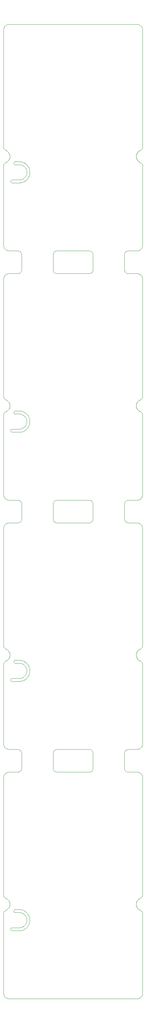
<source format=gko>
%MOIN*%
%OFA0B0*%
%FSLAX44Y44*%
%IPPOS*%
%LPD*%
%ADD10C,0*%
D10*
X00000905Y00085042D02*
X00000905Y00085042D01*
X00000870Y00085046D01*
X00000837Y00085058D01*
X00000807Y00085076D01*
X00000782Y00085101D01*
X00000763Y00085131D01*
X00000751Y00085164D01*
X00000748Y00085199D01*
X00000751Y00085235D01*
X00000763Y00085268D01*
X00000782Y00085298D01*
X00000807Y00085323D01*
X00000837Y00085341D01*
X00000870Y00085353D01*
X00000905Y00085357D01*
X00000905Y00085357D01*
X00001653Y00085357D01*
X00001828Y00085377D01*
X00001995Y00085435D01*
X00002144Y00085529D01*
X00002269Y00085653D01*
X00002362Y00085803D01*
X00002421Y00085969D01*
X00002440Y00086144D01*
X00002421Y00086320D01*
X00002362Y00086486D01*
X00002269Y00086635D01*
X00002144Y00086760D01*
X00001995Y00086854D01*
X00001828Y00086912D01*
X00001653Y00086932D01*
X00001220Y00086932D01*
X00001185Y00086936D01*
X00001152Y00086947D01*
X00001122Y00086966D01*
X00001097Y00086991D01*
X00001078Y00087021D01*
X00001066Y00087054D01*
X00001062Y00087089D01*
X00001066Y00087124D01*
X00001078Y00087158D01*
X00001097Y00087187D01*
X00001122Y00087212D01*
X00001152Y00087231D01*
X00001185Y00087243D01*
X00001220Y00087247D01*
X00001653Y00087247D01*
X00001817Y00087234D01*
X00001978Y00087198D01*
X00002131Y00087138D01*
X00002274Y00087055D01*
X00002403Y00086952D01*
X00002515Y00086832D01*
X00002608Y00086696D01*
X00002679Y00086547D01*
X00002728Y00086390D01*
X00002752Y00086227D01*
X00002752Y00086062D01*
X00002728Y00085899D01*
X00002679Y00085742D01*
X00002608Y00085593D01*
X00002515Y00085457D01*
X00002403Y00085336D01*
X00002274Y00085234D01*
X00002131Y00085151D01*
X00001978Y00085091D01*
X00001817Y00085054D01*
X00001653Y00085042D01*
X00000905Y00085042D01*
X00000905Y00059058D02*
X00000905Y00059058D01*
X00000870Y00059062D01*
X00000837Y00059073D01*
X00000807Y00059092D01*
X00000782Y00059117D01*
X00000763Y00059147D01*
X00000751Y00059180D01*
X00000748Y00059215D01*
X00000751Y00059250D01*
X00000763Y00059284D01*
X00000782Y00059313D01*
X00000807Y00059338D01*
X00000837Y00059357D01*
X00000870Y00059369D01*
X00000905Y00059373D01*
X00000905Y00059373D01*
X00001653Y00059373D01*
X00001828Y00059392D01*
X00001995Y00059451D01*
X00002144Y00059545D01*
X00002269Y00059669D01*
X00002362Y00059818D01*
X00002421Y00059985D01*
X00002440Y00060160D01*
X00002421Y00060335D01*
X00002362Y00060502D01*
X00002269Y00060651D01*
X00002144Y00060776D01*
X00001995Y00060870D01*
X00001828Y00060928D01*
X00001653Y00060948D01*
X00001220Y00060948D01*
X00001185Y00060951D01*
X00001152Y00060963D01*
X00001122Y00060982D01*
X00001097Y00061007D01*
X00001078Y00061037D01*
X00001066Y00061070D01*
X00001062Y00061105D01*
X00001066Y00061140D01*
X00001078Y00061173D01*
X00001097Y00061203D01*
X00001122Y00061228D01*
X00001152Y00061247D01*
X00001185Y00061259D01*
X00001220Y00061262D01*
X00001653Y00061262D01*
X00001817Y00061250D01*
X00001978Y00061214D01*
X00002131Y00061153D01*
X00002274Y00061071D01*
X00002403Y00060968D01*
X00002515Y00060847D01*
X00002608Y00060711D01*
X00002679Y00060563D01*
X00002728Y00060405D01*
X00002752Y00060242D01*
X00002752Y00060078D01*
X00002728Y00059915D01*
X00002679Y00059757D01*
X00002608Y00059609D01*
X00002515Y00059473D01*
X00002403Y00059352D01*
X00002274Y00059249D01*
X00002131Y00059167D01*
X00001978Y00059107D01*
X00001817Y00059070D01*
X00001653Y00059058D01*
X00000905Y00059058D01*
X00000905Y00033074D02*
X00000905Y00033074D01*
X00000870Y00033077D01*
X00000837Y00033089D01*
X00000807Y00033108D01*
X00000782Y00033133D01*
X00000763Y00033163D01*
X00000751Y00033196D01*
X00000748Y00033231D01*
X00000751Y00033266D01*
X00000763Y00033299D01*
X00000782Y00033329D01*
X00000807Y00033354D01*
X00000837Y00033373D01*
X00000870Y00033385D01*
X00000905Y00033388D01*
X00000905Y00033388D01*
X00001653Y00033388D01*
X00001828Y00033408D01*
X00001995Y00033466D01*
X00002144Y00033560D01*
X00002269Y00033685D01*
X00002362Y00033834D01*
X00002421Y00034001D01*
X00002440Y00034176D01*
X00002421Y00034351D01*
X00002362Y00034518D01*
X00002269Y00034667D01*
X00002144Y00034791D01*
X00001995Y00034885D01*
X00001828Y00034944D01*
X00001653Y00034963D01*
X00001220Y00034963D01*
X00001185Y00034967D01*
X00001152Y00034979D01*
X00001122Y00034998D01*
X00001097Y00035023D01*
X00001078Y00035052D01*
X00001066Y00035086D01*
X00001062Y00035121D01*
X00001066Y00035156D01*
X00001078Y00035189D01*
X00001097Y00035219D01*
X00001122Y00035244D01*
X00001152Y00035263D01*
X00001185Y00035274D01*
X00001220Y00035278D01*
X00001653Y00035278D01*
X00001817Y00035266D01*
X00001978Y00035229D01*
X00002131Y00035169D01*
X00002274Y00035087D01*
X00002403Y00034984D01*
X00002515Y00034863D01*
X00002608Y00034727D01*
X00002679Y00034579D01*
X00002728Y00034421D01*
X00002752Y00034258D01*
X00002752Y00034093D01*
X00002728Y00033931D01*
X00002679Y00033773D01*
X00002608Y00033625D01*
X00002515Y00033489D01*
X00002403Y00033368D01*
X00002274Y00033265D01*
X00002131Y00033183D01*
X00001978Y00033122D01*
X00001817Y00033086D01*
X00001653Y00033074D01*
X00000905Y00033074D01*
X00000905Y00007089D02*
X00000905Y00007089D01*
X00000870Y00007093D01*
X00000837Y00007105D01*
X00000807Y00007124D01*
X00000782Y00007149D01*
X00000763Y00007178D01*
X00000751Y00007212D01*
X00000748Y00007247D01*
X00000751Y00007282D01*
X00000763Y00007315D01*
X00000782Y00007345D01*
X00000807Y00007370D01*
X00000837Y00007389D01*
X00000870Y00007400D01*
X00000905Y00007404D01*
X00000905Y00007404D01*
X00001653Y00007404D01*
X00001828Y00007424D01*
X00001995Y00007482D01*
X00002144Y00007576D01*
X00002269Y00007701D01*
X00002362Y00007850D01*
X00002421Y00008016D01*
X00002440Y00008192D01*
X00002421Y00008367D01*
X00002362Y00008533D01*
X00002269Y00008683D01*
X00002144Y00008807D01*
X00001995Y00008901D01*
X00001828Y00008959D01*
X00001653Y00008979D01*
X00001220Y00008979D01*
X00001185Y00008983D01*
X00001152Y00008995D01*
X00001122Y00009013D01*
X00001097Y00009038D01*
X00001078Y00009068D01*
X00001066Y00009101D01*
X00001062Y00009137D01*
X00001066Y00009172D01*
X00001078Y00009205D01*
X00001097Y00009235D01*
X00001122Y00009260D01*
X00001152Y00009278D01*
X00001185Y00009290D01*
X00001220Y00009294D01*
X00001653Y00009294D01*
X00001817Y00009282D01*
X00001978Y00009245D01*
X00002131Y00009185D01*
X00002274Y00009102D01*
X00002403Y00009000D01*
X00002515Y00008879D01*
X00002608Y00008743D01*
X00002679Y00008594D01*
X00002728Y00008437D01*
X00002752Y00008274D01*
X00002752Y00008109D01*
X00002728Y00007946D01*
X00002679Y00007789D01*
X00002608Y00007640D01*
X00002515Y00007504D01*
X00002403Y00007384D01*
X00002274Y00007281D01*
X00002131Y00007198D01*
X00001978Y00007138D01*
X00001817Y00007102D01*
X00001653Y00007089D01*
X00000905Y00007089D01*
X00001497Y00025984D02*
X00001497Y00025984D01*
X00001528Y00025983D01*
X00001559Y00025979D01*
X00001589Y00025973D01*
X00001619Y00025964D01*
X00001648Y00025954D01*
X00001676Y00025941D01*
X00001703Y00025926D01*
X00001728Y00025909D01*
X00001753Y00025889D01*
X00001775Y00025868D01*
X00001796Y00025846D01*
X00001816Y00025821D01*
X00001833Y00025796D01*
X00001848Y00025769D01*
X00001861Y00025741D01*
X00001872Y00025712D01*
X00001880Y00025682D01*
X00001886Y00025652D01*
X00001890Y00025621D01*
X00001891Y00025590D01*
X00001891Y00024015D01*
X00001890Y00023984D01*
X00001886Y00023954D01*
X00001880Y00023923D01*
X00001872Y00023894D01*
X00001861Y00023865D01*
X00001848Y00023837D01*
X00001833Y00023810D01*
X00001816Y00023784D01*
X00001796Y00023760D01*
X00001775Y00023737D01*
X00001753Y00023716D01*
X00001728Y00023697D01*
X00001703Y00023680D01*
X00001676Y00023664D01*
X00001648Y00023652D01*
X00001619Y00023641D01*
X00001589Y00023632D01*
X00001559Y00023626D01*
X00001528Y00023623D01*
X00001497Y00023622D01*
X00000590Y00023622D01*
X00000498Y00023614D01*
X00000408Y00023593D01*
X00000322Y00023557D01*
X00000243Y00023509D01*
X00000172Y00023449D01*
X00000112Y00023378D01*
X00000064Y00023299D01*
X00000028Y00023213D01*
X00000007Y00023123D01*
X00000000Y00023031D01*
X00000000Y00010829D01*
X00000002Y00010783D01*
X00000011Y00010736D01*
X00000024Y00010692D01*
X00000043Y00010649D01*
X00000067Y00010609D01*
X00000096Y00010571D01*
X00000129Y00010538D01*
X00000165Y00010508D01*
X00000205Y00010484D01*
X00000247Y00010464D01*
X00000375Y00010396D01*
X00000485Y00010302D01*
X00000573Y00010187D01*
X00000634Y00010056D01*
X00000665Y00009914D01*
X00000665Y00009770D01*
X00000634Y00009628D01*
X00000573Y00009497D01*
X00000485Y00009382D01*
X00000375Y00009288D01*
X00000247Y00009220D01*
X00000205Y00009200D01*
X00000165Y00009176D01*
X00000129Y00009146D01*
X00000096Y00009113D01*
X00000067Y00009076D01*
X00000043Y00009035D01*
X00000024Y00008992D01*
X00000011Y00008948D01*
X00000002Y00008901D01*
X00000000Y00008855D01*
X00000000Y00000590D01*
X00000007Y00000498D01*
X00000028Y00000408D01*
X00000064Y00000322D01*
X00000112Y00000243D01*
X00000172Y00000172D01*
X00000243Y00000112D01*
X00000322Y00000064D01*
X00000408Y00000028D01*
X00000498Y00000007D01*
X00000590Y00000000D01*
X00013976Y00000000D01*
X00014068Y00000007D01*
X00014158Y00000028D01*
X00014244Y00000064D01*
X00014323Y00000112D01*
X00014393Y00000172D01*
X00014454Y00000243D01*
X00014502Y00000322D01*
X00014538Y00000408D01*
X00014559Y00000498D01*
X00014566Y00000590D01*
X00014566Y00008861D01*
X00014564Y00008901D01*
X00014555Y00008948D01*
X00014542Y00008992D01*
X00014523Y00009035D01*
X00014499Y00009076D01*
X00014470Y00009113D01*
X00014437Y00009146D01*
X00014401Y00009176D01*
X00014361Y00009200D01*
X00014319Y00009220D01*
X00014191Y00009288D01*
X00014080Y00009382D01*
X00013993Y00009497D01*
X00013932Y00009628D01*
X00013901Y00009770D01*
X00013901Y00009914D01*
X00013932Y00010056D01*
X00013993Y00010187D01*
X00014080Y00010302D01*
X00014191Y00010396D01*
X00014319Y00010464D01*
X00014361Y00010484D01*
X00014401Y00010508D01*
X00014437Y00010538D01*
X00014470Y00010571D01*
X00014499Y00010609D01*
X00014523Y00010649D01*
X00014542Y00010692D01*
X00014555Y00010736D01*
X00014564Y00010783D01*
X00014566Y00010829D01*
X00014566Y00023031D01*
X00014559Y00023123D01*
X00014538Y00023213D01*
X00014502Y00023299D01*
X00014454Y00023378D01*
X00014393Y00023449D01*
X00014323Y00023509D01*
X00014244Y00023557D01*
X00014158Y00023593D01*
X00014068Y00023614D01*
X00013976Y00023622D01*
X00013069Y00023622D01*
X00013038Y00023623D01*
X00013007Y00023626D01*
X00012977Y00023632D01*
X00012947Y00023641D01*
X00012918Y00023652D01*
X00012890Y00023664D01*
X00012863Y00023680D01*
X00012837Y00023697D01*
X00012813Y00023716D01*
X00012790Y00023737D01*
X00012769Y00023760D01*
X00012750Y00023784D01*
X00012733Y00023810D01*
X00012718Y00023837D01*
X00012705Y00023865D01*
X00012694Y00023894D01*
X00012686Y00023923D01*
X00012680Y00023954D01*
X00012676Y00023984D01*
X00012675Y00024015D01*
X00012675Y00025590D01*
X00012676Y00025621D01*
X00012680Y00025652D01*
X00012686Y00025682D01*
X00012694Y00025712D01*
X00012705Y00025741D01*
X00012718Y00025769D01*
X00012733Y00025796D01*
X00012750Y00025821D01*
X00012769Y00025846D01*
X00012790Y00025868D01*
X00012813Y00025889D01*
X00012837Y00025909D01*
X00012863Y00025926D01*
X00012890Y00025941D01*
X00012918Y00025954D01*
X00012947Y00025964D01*
X00012977Y00025973D01*
X00013007Y00025979D01*
X00013038Y00025983D01*
X00013069Y00025984D01*
X00013976Y00025984D01*
X00014068Y00025991D01*
X00014158Y00026013D01*
X00014244Y00026048D01*
X00014323Y00026097D01*
X00014393Y00026157D01*
X00014454Y00026227D01*
X00014502Y00026306D01*
X00014538Y00026392D01*
X00014559Y00026482D01*
X00014566Y00026574D01*
X00014566Y00034845D01*
X00014564Y00034886D01*
X00014555Y00034932D01*
X00014542Y00034977D01*
X00014523Y00035019D01*
X00014499Y00035060D01*
X00014470Y00035097D01*
X00014437Y00035130D01*
X00014401Y00035160D01*
X00014361Y00035185D01*
X00014319Y00035205D01*
X00014191Y00035272D01*
X00014080Y00035366D01*
X00013993Y00035481D01*
X00013932Y00035613D01*
X00013901Y00035754D01*
X00013901Y00035899D01*
X00013932Y00036040D01*
X00013993Y00036171D01*
X00014080Y00036286D01*
X00014191Y00036380D01*
X00014319Y00036448D01*
X00014361Y00036468D01*
X00014401Y00036493D01*
X00014437Y00036522D01*
X00014470Y00036556D01*
X00014499Y00036593D01*
X00014523Y00036633D01*
X00014542Y00036676D01*
X00014555Y00036721D01*
X00014564Y00036767D01*
X00014566Y00036814D01*
X00014566Y00049015D01*
X00014559Y00049108D01*
X00014538Y00049198D01*
X00014502Y00049283D01*
X00014454Y00049362D01*
X00014393Y00049433D01*
X00014323Y00049493D01*
X00014244Y00049541D01*
X00014158Y00049577D01*
X00014068Y00049599D01*
X00013976Y00049606D01*
X00013069Y00049606D01*
X00013038Y00049607D01*
X00013007Y00049611D01*
X00012977Y00049617D01*
X00012947Y00049625D01*
X00012918Y00049636D01*
X00012890Y00049649D01*
X00012863Y00049664D01*
X00012837Y00049681D01*
X00012813Y00049700D01*
X00012790Y00049721D01*
X00012769Y00049744D01*
X00012750Y00049768D01*
X00012733Y00049794D01*
X00012718Y00049821D01*
X00012705Y00049849D01*
X00012694Y00049878D01*
X00012686Y00049908D01*
X00012680Y00049938D01*
X00012676Y00049969D01*
X00012675Y00049999D01*
X00012675Y00051574D01*
X00012676Y00051605D01*
X00012680Y00051636D01*
X00012686Y00051666D01*
X00012694Y00051696D01*
X00012705Y00051725D01*
X00012718Y00051753D01*
X00012733Y00051780D01*
X00012750Y00051806D01*
X00012769Y00051830D01*
X00012790Y00051853D01*
X00012813Y00051874D01*
X00012837Y00051893D01*
X00012863Y00051910D01*
X00012890Y00051925D01*
X00012918Y00051938D01*
X00012947Y00051949D01*
X00012977Y00051957D01*
X00013007Y00051963D01*
X00013038Y00051967D01*
X00013069Y00051968D01*
X00013976Y00051968D01*
X00014068Y00051975D01*
X00014158Y00051997D01*
X00014244Y00052032D01*
X00014323Y00052081D01*
X00014393Y00052141D01*
X00014454Y00052211D01*
X00014502Y00052290D01*
X00014538Y00052376D01*
X00014559Y00052466D01*
X00014566Y00052559D01*
X00014566Y00060829D01*
X00014564Y00060870D01*
X00014555Y00060916D01*
X00014542Y00060961D01*
X00014523Y00061004D01*
X00014499Y00061044D01*
X00014470Y00061081D01*
X00014437Y00061115D01*
X00014401Y00061144D01*
X00014361Y00061169D01*
X00014319Y00061189D01*
X00014191Y00061257D01*
X00014080Y00061350D01*
X00013993Y00061466D01*
X00013932Y00061597D01*
X00013901Y00061738D01*
X00013901Y00061883D01*
X00013932Y00062024D01*
X00013993Y00062156D01*
X00014080Y00062271D01*
X00014191Y00062364D01*
X00014319Y00062432D01*
X00014361Y00062452D01*
X00014401Y00062477D01*
X00014437Y00062506D01*
X00014470Y00062540D01*
X00014499Y00062577D01*
X00014523Y00062617D01*
X00014542Y00062660D01*
X00014555Y00062705D01*
X00014564Y00062751D01*
X00014566Y00062798D01*
X00014566Y00074999D01*
X00014559Y00075092D01*
X00014538Y00075182D01*
X00014502Y00075268D01*
X00014454Y00075347D01*
X00014393Y00075417D01*
X00014323Y00075477D01*
X00014244Y00075526D01*
X00014158Y00075561D01*
X00014068Y00075583D01*
X00013976Y00075590D01*
X00013069Y00075590D01*
X00013038Y00075591D01*
X00013007Y00075595D01*
X00012977Y00075601D01*
X00012947Y00075609D01*
X00012918Y00075620D01*
X00012890Y00075633D01*
X00012863Y00075648D01*
X00012837Y00075665D01*
X00012813Y00075684D01*
X00012790Y00075705D01*
X00012769Y00075728D01*
X00012750Y00075752D01*
X00012733Y00075778D01*
X00012718Y00075805D01*
X00012705Y00075833D01*
X00012694Y00075862D01*
X00012686Y00075892D01*
X00012680Y00075922D01*
X00012676Y00075953D01*
X00012675Y00075984D01*
X00012675Y00077559D01*
X00012676Y00077589D01*
X00012680Y00077620D01*
X00012686Y00077650D01*
X00012694Y00077680D01*
X00012705Y00077709D01*
X00012718Y00077737D01*
X00012733Y00077764D01*
X00012750Y00077790D01*
X00012769Y00077814D01*
X00012790Y00077837D01*
X00012813Y00077858D01*
X00012837Y00077877D01*
X00012863Y00077894D01*
X00012890Y00077909D01*
X00012918Y00077922D01*
X00012947Y00077933D01*
X00012977Y00077941D01*
X00013007Y00077947D01*
X00013038Y00077951D01*
X00013069Y00077952D01*
X00013976Y00077952D01*
X00014068Y00077960D01*
X00014158Y00077981D01*
X00014244Y00078017D01*
X00014323Y00078065D01*
X00014393Y00078125D01*
X00014454Y00078196D01*
X00014502Y00078275D01*
X00014538Y00078360D01*
X00014559Y00078450D01*
X00014566Y00078543D01*
X00014566Y00086814D01*
X00014564Y00086854D01*
X00014555Y00086900D01*
X00014542Y00086945D01*
X00014523Y00086988D01*
X00014499Y00087028D01*
X00014470Y00087065D01*
X00014437Y00087099D01*
X00014401Y00087128D01*
X00014361Y00087153D01*
X00014319Y00087173D01*
X00014191Y00087241D01*
X00014080Y00087335D01*
X00013993Y00087450D01*
X00013932Y00087581D01*
X00013901Y00087722D01*
X00013901Y00087867D01*
X00013932Y00088008D01*
X00013993Y00088140D01*
X00014080Y00088255D01*
X00014191Y00088349D01*
X00014319Y00088416D01*
X00014361Y00088436D01*
X00014401Y00088461D01*
X00014437Y00088491D01*
X00014470Y00088524D01*
X00014499Y00088561D01*
X00014523Y00088602D01*
X00014542Y00088644D01*
X00014555Y00088689D01*
X00014564Y00088735D01*
X00014566Y00088782D01*
X00014566Y00100984D01*
X00014559Y00101076D01*
X00014538Y00101166D01*
X00014502Y00101252D01*
X00014454Y00101331D01*
X00014393Y00101401D01*
X00014323Y00101462D01*
X00014244Y00101510D01*
X00014158Y00101545D01*
X00014068Y00101567D01*
X00013976Y00101574D01*
X00000590Y00101574D01*
X00000498Y00101567D01*
X00000408Y00101545D01*
X00000322Y00101510D01*
X00000243Y00101462D01*
X00000172Y00101401D01*
X00000112Y00101331D01*
X00000064Y00101252D01*
X00000028Y00101166D01*
X00000007Y00101076D01*
X00000000Y00100984D01*
X00000000Y00088782D01*
X00000002Y00088735D01*
X00000011Y00088689D01*
X00000024Y00088644D01*
X00000043Y00088602D01*
X00000067Y00088561D01*
X00000096Y00088524D01*
X00000129Y00088491D01*
X00000165Y00088461D01*
X00000205Y00088436D01*
X00000247Y00088416D01*
X00000375Y00088349D01*
X00000485Y00088255D01*
X00000573Y00088140D01*
X00000634Y00088008D01*
X00000665Y00087867D01*
X00000665Y00087722D01*
X00000634Y00087581D01*
X00000573Y00087450D01*
X00000485Y00087335D01*
X00000375Y00087241D01*
X00000247Y00087173D01*
X00000205Y00087153D01*
X00000165Y00087128D01*
X00000129Y00087099D01*
X00000096Y00087065D01*
X00000067Y00087028D01*
X00000043Y00086988D01*
X00000024Y00086945D01*
X00000011Y00086900D01*
X00000002Y00086854D01*
X00000000Y00086807D01*
X00000000Y00078543D01*
X00000007Y00078450D01*
X00000028Y00078360D01*
X00000064Y00078275D01*
X00000112Y00078196D01*
X00000172Y00078125D01*
X00000243Y00078065D01*
X00000322Y00078017D01*
X00000408Y00077981D01*
X00000498Y00077960D01*
X00000590Y00077952D01*
X00001497Y00077952D01*
X00001528Y00077951D01*
X00001559Y00077947D01*
X00001589Y00077941D01*
X00001619Y00077933D01*
X00001648Y00077922D01*
X00001676Y00077909D01*
X00001703Y00077894D01*
X00001728Y00077877D01*
X00001753Y00077858D01*
X00001775Y00077837D01*
X00001796Y00077814D01*
X00001816Y00077790D01*
X00001833Y00077764D01*
X00001848Y00077737D01*
X00001861Y00077709D01*
X00001872Y00077680D01*
X00001880Y00077650D01*
X00001886Y00077620D01*
X00001890Y00077589D01*
X00001891Y00077559D01*
X00001891Y00075984D01*
X00001890Y00075953D01*
X00001886Y00075922D01*
X00001880Y00075892D01*
X00001872Y00075862D01*
X00001861Y00075833D01*
X00001848Y00075805D01*
X00001833Y00075778D01*
X00001816Y00075752D01*
X00001796Y00075728D01*
X00001775Y00075705D01*
X00001753Y00075684D01*
X00001728Y00075665D01*
X00001703Y00075648D01*
X00001676Y00075633D01*
X00001648Y00075620D01*
X00001619Y00075609D01*
X00001589Y00075601D01*
X00001559Y00075595D01*
X00001528Y00075591D01*
X00001497Y00075590D01*
X00000590Y00075590D01*
X00000498Y00075583D01*
X00000408Y00075561D01*
X00000322Y00075526D01*
X00000243Y00075477D01*
X00000172Y00075417D01*
X00000112Y00075347D01*
X00000064Y00075268D01*
X00000028Y00075182D01*
X00000007Y00075092D01*
X00000000Y00074999D01*
X00000000Y00062798D01*
X00000002Y00062751D01*
X00000011Y00062705D01*
X00000024Y00062660D01*
X00000043Y00062617D01*
X00000067Y00062577D01*
X00000096Y00062540D01*
X00000129Y00062506D01*
X00000165Y00062477D01*
X00000205Y00062452D01*
X00000247Y00062432D01*
X00000375Y00062364D01*
X00000485Y00062271D01*
X00000573Y00062156D01*
X00000634Y00062024D01*
X00000665Y00061883D01*
X00000665Y00061738D01*
X00000634Y00061597D01*
X00000573Y00061466D01*
X00000485Y00061350D01*
X00000375Y00061257D01*
X00000247Y00061189D01*
X00000205Y00061169D01*
X00000165Y00061144D01*
X00000129Y00061115D01*
X00000096Y00061081D01*
X00000067Y00061044D01*
X00000043Y00061004D01*
X00000024Y00060961D01*
X00000011Y00060916D01*
X00000002Y00060870D01*
X00000000Y00060823D01*
X00000000Y00052559D01*
X00000007Y00052466D01*
X00000028Y00052376D01*
X00000064Y00052290D01*
X00000112Y00052211D01*
X00000172Y00052141D01*
X00000243Y00052081D01*
X00000322Y00052032D01*
X00000408Y00051997D01*
X00000498Y00051975D01*
X00000590Y00051968D01*
X00001497Y00051968D01*
X00001528Y00051967D01*
X00001559Y00051963D01*
X00001589Y00051957D01*
X00001619Y00051949D01*
X00001648Y00051938D01*
X00001676Y00051925D01*
X00001703Y00051910D01*
X00001728Y00051893D01*
X00001753Y00051874D01*
X00001775Y00051853D01*
X00001796Y00051830D01*
X00001816Y00051806D01*
X00001833Y00051780D01*
X00001848Y00051753D01*
X00001861Y00051725D01*
X00001872Y00051696D01*
X00001880Y00051666D01*
X00001886Y00051636D01*
X00001890Y00051605D01*
X00001891Y00051574D01*
X00001891Y00049999D01*
X00001890Y00049969D01*
X00001886Y00049938D01*
X00001880Y00049908D01*
X00001872Y00049878D01*
X00001861Y00049849D01*
X00001848Y00049821D01*
X00001833Y00049794D01*
X00001816Y00049768D01*
X00001796Y00049744D01*
X00001775Y00049721D01*
X00001753Y00049700D01*
X00001728Y00049681D01*
X00001703Y00049664D01*
X00001676Y00049649D01*
X00001648Y00049636D01*
X00001619Y00049625D01*
X00001589Y00049617D01*
X00001559Y00049611D01*
X00001528Y00049607D01*
X00001497Y00049606D01*
X00000590Y00049606D01*
X00000498Y00049599D01*
X00000408Y00049577D01*
X00000322Y00049541D01*
X00000243Y00049493D01*
X00000172Y00049433D01*
X00000112Y00049362D01*
X00000064Y00049283D01*
X00000028Y00049198D01*
X00000007Y00049108D01*
X00000000Y00049015D01*
X00000000Y00036814D01*
X00000002Y00036767D01*
X00000011Y00036721D01*
X00000024Y00036676D01*
X00000043Y00036633D01*
X00000067Y00036593D01*
X00000096Y00036556D01*
X00000129Y00036522D01*
X00000165Y00036493D01*
X00000205Y00036468D01*
X00000247Y00036448D01*
X00000375Y00036380D01*
X00000485Y00036286D01*
X00000573Y00036171D01*
X00000634Y00036040D01*
X00000665Y00035899D01*
X00000665Y00035754D01*
X00000634Y00035613D01*
X00000573Y00035481D01*
X00000485Y00035366D01*
X00000375Y00035272D01*
X00000247Y00035205D01*
X00000205Y00035185D01*
X00000165Y00035160D01*
X00000129Y00035130D01*
X00000096Y00035097D01*
X00000067Y00035060D01*
X00000043Y00035019D01*
X00000024Y00034977D01*
X00000011Y00034932D01*
X00000002Y00034886D01*
X00000000Y00034839D01*
X00000000Y00026574D01*
X00000007Y00026482D01*
X00000028Y00026392D01*
X00000064Y00026306D01*
X00000112Y00026227D01*
X00000172Y00026157D01*
X00000243Y00026097D01*
X00000322Y00026048D01*
X00000408Y00026013D01*
X00000498Y00025991D01*
X00000590Y00025984D01*
X00001497Y00025984D01*
X00008977Y00025984D02*
X00008977Y00025984D01*
X00009008Y00025983D01*
X00009039Y00025979D01*
X00009069Y00025973D01*
X00009099Y00025964D01*
X00009128Y00025954D01*
X00009156Y00025941D01*
X00009183Y00025926D01*
X00009209Y00025909D01*
X00009233Y00025889D01*
X00009256Y00025868D01*
X00009277Y00025846D01*
X00009296Y00025821D01*
X00009313Y00025796D01*
X00009328Y00025769D01*
X00009341Y00025741D01*
X00009352Y00025712D01*
X00009360Y00025682D01*
X00009366Y00025652D01*
X00009370Y00025621D01*
X00009371Y00025590D01*
X00009371Y00024015D01*
X00009370Y00023984D01*
X00009366Y00023954D01*
X00009360Y00023923D01*
X00009352Y00023894D01*
X00009341Y00023865D01*
X00009328Y00023837D01*
X00009313Y00023810D01*
X00009296Y00023784D01*
X00009277Y00023760D01*
X00009256Y00023737D01*
X00009233Y00023716D01*
X00009209Y00023697D01*
X00009183Y00023680D01*
X00009156Y00023664D01*
X00009128Y00023652D01*
X00009099Y00023641D01*
X00009069Y00023632D01*
X00009039Y00023626D01*
X00009008Y00023623D01*
X00008977Y00023622D01*
X00005589Y00023622D01*
X00005558Y00023623D01*
X00005527Y00023626D01*
X00005497Y00023632D01*
X00005467Y00023641D01*
X00005438Y00023652D01*
X00005410Y00023664D01*
X00005383Y00023680D01*
X00005357Y00023697D01*
X00005333Y00023716D01*
X00005310Y00023737D01*
X00005289Y00023760D01*
X00005270Y00023784D01*
X00005253Y00023810D01*
X00005238Y00023837D01*
X00005225Y00023865D01*
X00005214Y00023894D01*
X00005206Y00023923D01*
X00005200Y00023954D01*
X00005196Y00023984D01*
X00005195Y00024015D01*
X00005195Y00025590D01*
X00005196Y00025621D01*
X00005200Y00025652D01*
X00005206Y00025682D01*
X00005214Y00025712D01*
X00005225Y00025741D01*
X00005238Y00025769D01*
X00005253Y00025796D01*
X00005270Y00025821D01*
X00005289Y00025846D01*
X00005310Y00025868D01*
X00005333Y00025889D01*
X00005357Y00025909D01*
X00005383Y00025926D01*
X00005410Y00025941D01*
X00005438Y00025954D01*
X00005467Y00025964D01*
X00005497Y00025973D01*
X00005527Y00025979D01*
X00005558Y00025983D01*
X00005589Y00025984D01*
X00008977Y00025984D01*
X00005589Y00049606D02*
X00005589Y00049606D01*
X00005558Y00049607D01*
X00005527Y00049611D01*
X00005497Y00049617D01*
X00005467Y00049625D01*
X00005438Y00049636D01*
X00005410Y00049649D01*
X00005383Y00049664D01*
X00005357Y00049681D01*
X00005333Y00049700D01*
X00005310Y00049721D01*
X00005289Y00049744D01*
X00005270Y00049768D01*
X00005253Y00049794D01*
X00005238Y00049821D01*
X00005225Y00049849D01*
X00005214Y00049878D01*
X00005206Y00049908D01*
X00005200Y00049938D01*
X00005196Y00049969D01*
X00005195Y00049999D01*
X00005195Y00051574D01*
X00005196Y00051605D01*
X00005200Y00051636D01*
X00005206Y00051666D01*
X00005214Y00051696D01*
X00005225Y00051725D01*
X00005238Y00051753D01*
X00005253Y00051780D01*
X00005270Y00051806D01*
X00005289Y00051830D01*
X00005310Y00051853D01*
X00005333Y00051874D01*
X00005357Y00051893D01*
X00005383Y00051910D01*
X00005410Y00051925D01*
X00005438Y00051938D01*
X00005467Y00051949D01*
X00005497Y00051957D01*
X00005527Y00051963D01*
X00005558Y00051967D01*
X00005589Y00051968D01*
X00008977Y00051968D01*
X00009008Y00051967D01*
X00009039Y00051963D01*
X00009069Y00051957D01*
X00009099Y00051949D01*
X00009128Y00051938D01*
X00009156Y00051925D01*
X00009183Y00051910D01*
X00009209Y00051893D01*
X00009233Y00051874D01*
X00009256Y00051853D01*
X00009277Y00051830D01*
X00009296Y00051806D01*
X00009313Y00051780D01*
X00009328Y00051753D01*
X00009341Y00051725D01*
X00009352Y00051696D01*
X00009360Y00051666D01*
X00009366Y00051636D01*
X00009370Y00051605D01*
X00009371Y00051574D01*
X00009371Y00049999D01*
X00009370Y00049969D01*
X00009366Y00049938D01*
X00009360Y00049908D01*
X00009352Y00049878D01*
X00009341Y00049849D01*
X00009328Y00049821D01*
X00009313Y00049794D01*
X00009296Y00049768D01*
X00009277Y00049744D01*
X00009256Y00049721D01*
X00009233Y00049700D01*
X00009209Y00049681D01*
X00009183Y00049664D01*
X00009156Y00049649D01*
X00009128Y00049636D01*
X00009099Y00049625D01*
X00009069Y00049617D01*
X00009039Y00049611D01*
X00009008Y00049607D01*
X00008977Y00049606D01*
X00005589Y00049606D01*
X00005589Y00075590D02*
X00005589Y00075590D01*
X00005558Y00075591D01*
X00005527Y00075595D01*
X00005497Y00075601D01*
X00005467Y00075609D01*
X00005438Y00075620D01*
X00005410Y00075633D01*
X00005383Y00075648D01*
X00005357Y00075665D01*
X00005333Y00075684D01*
X00005310Y00075705D01*
X00005289Y00075728D01*
X00005270Y00075752D01*
X00005253Y00075778D01*
X00005238Y00075805D01*
X00005225Y00075833D01*
X00005214Y00075862D01*
X00005206Y00075892D01*
X00005200Y00075922D01*
X00005196Y00075953D01*
X00005195Y00075984D01*
X00005195Y00077559D01*
X00005196Y00077589D01*
X00005200Y00077620D01*
X00005206Y00077650D01*
X00005214Y00077680D01*
X00005225Y00077709D01*
X00005238Y00077737D01*
X00005253Y00077764D01*
X00005270Y00077790D01*
X00005289Y00077814D01*
X00005310Y00077837D01*
X00005333Y00077858D01*
X00005357Y00077877D01*
X00005383Y00077894D01*
X00005410Y00077909D01*
X00005438Y00077922D01*
X00005467Y00077933D01*
X00005497Y00077941D01*
X00005527Y00077947D01*
X00005558Y00077951D01*
X00005589Y00077952D01*
X00008977Y00077952D01*
X00009008Y00077951D01*
X00009039Y00077947D01*
X00009069Y00077941D01*
X00009099Y00077933D01*
X00009128Y00077922D01*
X00009156Y00077909D01*
X00009183Y00077894D01*
X00009209Y00077877D01*
X00009233Y00077858D01*
X00009256Y00077837D01*
X00009277Y00077814D01*
X00009296Y00077790D01*
X00009313Y00077764D01*
X00009328Y00077737D01*
X00009341Y00077709D01*
X00009352Y00077680D01*
X00009360Y00077650D01*
X00009366Y00077620D01*
X00009370Y00077589D01*
X00009371Y00077559D01*
X00009371Y00075984D01*
X00009370Y00075953D01*
X00009366Y00075922D01*
X00009360Y00075892D01*
X00009352Y00075862D01*
X00009341Y00075833D01*
X00009328Y00075805D01*
X00009313Y00075778D01*
X00009296Y00075752D01*
X00009277Y00075728D01*
X00009256Y00075705D01*
X00009233Y00075684D01*
X00009209Y00075665D01*
X00009183Y00075648D01*
X00009156Y00075633D01*
X00009128Y00075620D01*
X00009099Y00075609D01*
X00009069Y00075601D01*
X00009039Y00075595D01*
X00009008Y00075591D01*
X00008977Y00075590D01*
X00005589Y00075590D01*
M02*
</source>
